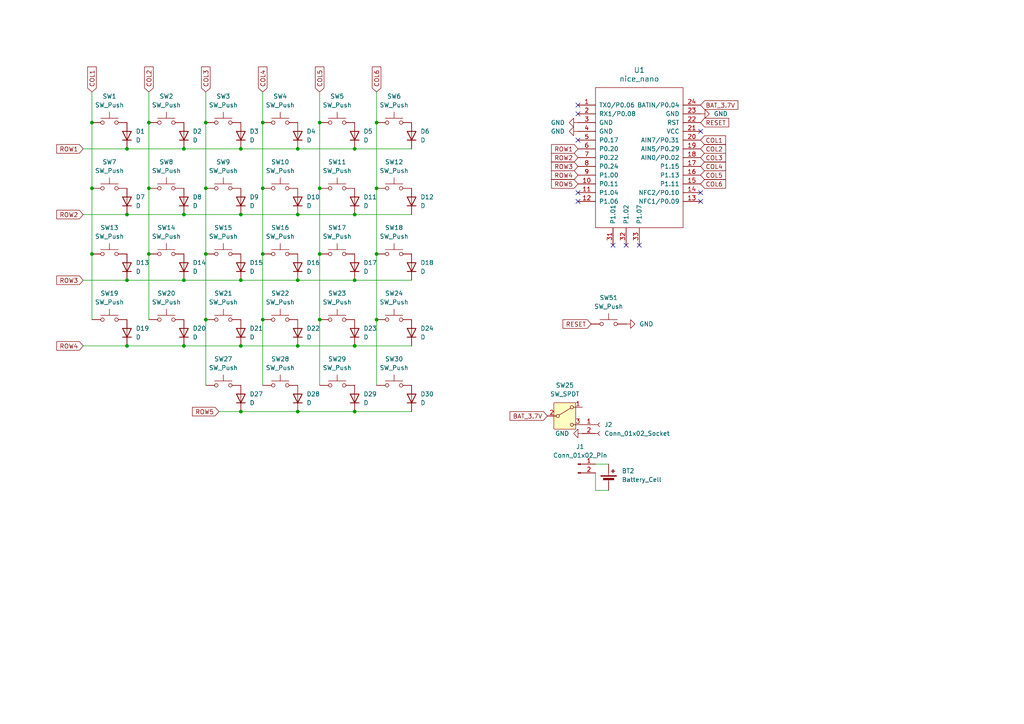
<source format=kicad_sch>
(kicad_sch (version 20250114) (generator "eeschema") (generator_version "9.0")
  (paper "A4")
  (title_block (title "Skylight") (date "2025-03-16") (rev "1.0"))
  (lib_symbols
    (symbol "Connector:Conn_01x02_Pin" (pin_names (offset 1.016) (hide yes))
      (property "Reference" "J" (at 0 2.54 0))
      (property "Value" "Conn_01x02_Pin" (at 0 -5.08 0))
      (symbol "Conn_01x02_Pin_1_1"
        (rectangle (start 0.8636 0.127) (end 0 -0.127) (stroke (width 0.1524)) (fill (type outline)))
        (rectangle (start 0.8636 -2.413) (end 0 -2.667) (stroke (width 0.1524)) (fill (type outline)))
        (polyline (pts (xy 1.27 0) (xy 0.8636 0)) (stroke (width 0.1524)))
        (polyline (pts (xy 1.27 -2.54) (xy 0.8636 -2.54)) (stroke (width 0.1524)))
        (pin passive line (at 5.08 0 180) (length 3.81) (name "Pin_1") (number "1"))
        (pin passive line (at 5.08 -2.54 180) (length 3.81) (name "Pin_2") (number "2"))
      )
    )
    (symbol "Connector:Conn_01x02_Socket" (pin_names (offset 1.016) (hide yes))
      (property "Reference" "J" (at 0 2.54 0))
      (property "Value" "Conn_01x02_Socket" (at 0 -5.08 0))
      (symbol "Conn_01x02_Socket_1_1"
        (polyline (pts (xy -1.27 0) (xy -0.508 0)) (stroke (width 0.1524)))
        (polyline (pts (xy -1.27 -2.54) (xy -0.508 -2.54)) (stroke (width 0.1524)))
        (arc (start 0 -0.508) (mid -0.5058 0) (end 0 0.508) (stroke (width 0.1524)))
        (arc (start 0 -3.048) (mid -0.5058 -2.54) (end 0 -2.032) (stroke (width 0.1524)))
        (pin passive line (at -5.08 0 0) (length 3.81) (name "Pin_1") (number "1"))
        (pin passive line (at -5.08 -2.54 0) (length 3.81) (name "Pin_2") (number "2"))
      )
    )
    (symbol "Device:Battery_Cell" (pin_numbers (hide yes)) (pin_names (offset 0) (hide yes))
      (property "Reference" "BT" (at 2.54 2.54 0))
      (property "Value" "Battery_Cell" (at 2.54 0 0))
      (symbol "Battery_Cell_0_1"
        (rectangle (start -2.286 1.778) (end 2.286 1.524) (fill (type outline)))
        (rectangle (start -1.524 1.016) (end 1.524 0.508) (fill (type outline)))
        (polyline (pts (xy 0 1.778) (xy 0 2.54)))
        (polyline (pts (xy 0 0.762) (xy 0 0)))
        (polyline (pts (xy 0.762 3.048) (xy 1.778 3.048)) (stroke (width 0.254)))
        (polyline (pts (xy 1.27 3.556) (xy 1.27 2.54)) (stroke (width 0.254)))
      )
      (symbol "Battery_Cell_1_1"
        (pin passive line (at 0 5.08 270) (length 2.54) (name "+") (number "1"))
        (pin passive line (at 0 -2.54 90) (length 2.54) (name "-") (number "2"))
      )
    )
    (symbol "Device:D" (pin_numbers (hide yes)) (pin_names (offset 1.016) (hide yes))
      (property "Reference" "D" (at 0 2.54 0))
      (property "Value" "D" (at 0 -2.54 0))
      (symbol "D_0_1"
        (polyline (pts (xy -1.27 1.27) (xy -1.27 -1.27)) (stroke (width 0.254)))
        (polyline (pts (xy 1.27 1.27) (xy 1.27 -1.27) (xy -1.27 0) (xy 1.27 1.27)) (stroke (width 0.254)))
        (polyline (pts (xy 1.27 0) (xy -1.27 0)))
      )
      (symbol "D_1_1"
        (pin passive line (at -3.81 0 0) (length 2.54) (name "K") (number "1"))
        (pin passive line (at 3.81 0 180) (length 2.54) (name "A") (number "2"))
      )
    )
    (symbol "Switch:SW_Push" (pin_numbers (hide yes)) (pin_names (offset 1.016) (hide yes))
      (property "Reference" "SW" (at 1.27 2.54 0))
      (property "Value" "SW_Push" (at 0 -1.524 0))
      (symbol "SW_Push_0_1"
        (circle (center -2.032 0) (radius 0.508))
        (polyline (pts (xy 0 1.27) (xy 0 3.048)))
        (circle (center 2.032 0) (radius 0.508))
        (polyline (pts (xy 2.54 1.27) (xy -2.54 1.27)))
        (pin passive line (at -5.08 0 0) (length 2.54) (name "1") (number "1"))
        (pin passive line (at 5.08 0 180) (length 2.54) (name "2") (number "2"))
      )
    )
    (symbol "Switch:SW_SPDT" (pin_names (offset 0) (hide yes))
      (property "Reference" "SW" (at 0 5.08 0))
      (property "Value" "SW_SPDT" (at 0 -5.08 0))
      (symbol "SW_SPDT_0_1"
        (circle (center -2.032 0) (radius 0.4572))
        (polyline (pts (xy -1.651 0.254) (xy 1.651 2.286)))
        (circle (center 2.032 2.54) (radius 0.4572))
        (circle (center 2.032 -2.54) (radius 0.4572))
      )
      (symbol "SW_SPDT_1_1"
        (rectangle (start -3.175 3.81) (end 3.175 -3.81) (fill (type background)))
        (pin passive line (at -5.08 0 0) (length 2.54) (name "B") (number "2"))
        (pin passive line (at 5.08 2.54 180) (length 2.54) (name "A") (number "1"))
        (pin passive line (at 5.08 -2.54 180) (length 2.54) (name "C") (number "3"))
      )
    )
    (symbol "nice_nano:nice_nano" (pin_names (offset 1.016))
      (property "Reference" "U" (at 0 0 0))
      (property "Value" "nice_nano" (at 0 2.54 0))
      (symbol "nice_nano_0_1"
        (rectangle (start -12.7 -21.59) (end 12.7 19.05))
      )
      (symbol "nice_nano_1_1"
        (pin input line (at -17.78 13.97 0) (length 5.08) (name "TX0/P0.06") (number "1"))
        (pin input line (at -17.78 11.43 0) (length 5.08) (name "RX1/P0.08") (number "2"))
        (pin input line (at -17.78 8.89 0) (length 5.08) (name "GND") (number "3"))
        (pin input line (at -17.78 6.35 0) (length 5.08) (name "GND") (number "4"))
        (pin input line (at -17.78 3.81 0) (length 5.08) (name "P0.17") (number "5"))
        (pin input line (at -17.78 1.27 0) (length 5.08) (name "P0.20") (number "6"))
        (pin input line (at -17.78 -1.27 0) (length 5.08) (name "P0.22") (number "7"))
        (pin input line (at -17.78 -3.81 0) (length 5.08) (name "P0.24") (number "8"))
        (pin input line (at -17.78 -6.35 0) (length 5.08) (name "P1.00") (number "9"))
        (pin input line (at -17.78 -8.89 0) (length 5.08) (name "P0.11") (number "10"))
        (pin input line (at -17.78 -11.43 0) (length 5.08) (name "P1.04") (number "11"))
        (pin input line (at -17.78 -13.97 0) (length 5.08) (name "P1.06") (number "12"))
        (pin input line (at -7.62 -26.67 90) (length 5.08) (name "P1.01") (number "31"))
        (pin input line (at -3.81 -26.67 90) (length 5.08) (name "P1.02") (number "32"))
        (pin input line (at 0 -26.67 90) (length 5.08) (name "P1.07") (number "33"))
        (pin input line (at 17.78 13.97 180) (length 5.08) (name "BATIN/P0.04") (number "24"))
        (pin input line (at 17.78 11.43 180) (length 5.08) (name "GND") (number "23"))
        (pin input line (at 17.78 8.89 180) (length 5.08) (name "RST") (number "22"))
        (pin input line (at 17.78 6.35 180) (length 5.08) (name "VCC") (number "21"))
        (pin input line (at 17.78 3.81 180) (length 5.08) (name "AIN7/P0.31") (number "20"))
        (pin input line (at 17.78 1.27 180) (length 5.08) (name "AIN5/P0.29") (number "19"))
        (pin input line (at 17.78 -1.27 180) (length 5.08) (name "AIN0/P0.02") (number "18"))
        (pin input line (at 17.78 -3.81 180) (length 5.08) (name "P1.15") (number "17"))
        (pin input line (at 17.78 -6.35 180) (length 5.08) (name "P1.13") (number "16"))
        (pin input line (at 17.78 -8.89 180) (length 5.08) (name "P1.11") (number "15"))
        (pin input line (at 17.78 -11.43 180) (length 5.08) (name "NFC2/P0.10") (number "14"))
        (pin input line (at 17.78 -13.97 180) (length 5.08) (name "NFC1/P0.09") (number "13"))
      )
    )
    (symbol "power:GND" (power) (pin_numbers (hide yes)) (pin_names (offset 0) (hide yes))
      (property "Value" "GND" (at 0 -3.81 0))
      (symbol "GND_0_1"
        (polyline (pts (xy 0 0) (xy 0 -1.27) (xy 1.27 -1.27) (xy 0 -2.54) (xy -1.27 -1.27) (xy 0 -1.27)))
      )
      (symbol "GND_1_1"
        (pin power_in line (at 0 0 270) (length 0) (name "~") (number "1"))
      )
    )
  )
  (junction (at 76.2 54.61))
  (junction (at 59.69 54.61))
  (junction (at 76.2 92.71))
  (junction (at 59.69 73.66))
  (junction (at 102.87 81.28))
  (junction (at 36.83 81.28))
  (junction (at 53.34 81.28))
  (junction (at 92.71 35.56))
  (junction (at 53.34 62.23))
  (junction (at 59.69 92.71))
  (junction (at 69.85 62.23))
  (junction (at 43.18 73.66))
  (junction (at 53.34 100.33))
  (junction (at 69.85 43.18))
  (junction (at 102.87 119.38))
  (junction (at 69.85 119.38))
  (junction (at 53.34 43.18))
  (junction (at 76.2 35.56))
  (junction (at 69.85 100.33))
  (junction (at 109.22 35.56))
  (junction (at 92.71 92.71))
  (junction (at 86.36 43.18))
  (junction (at 102.87 62.23))
  (junction (at 36.83 100.33))
  (junction (at 109.22 92.71))
  (junction (at 59.69 35.56))
  (junction (at 86.36 62.23))
  (junction (at 43.18 35.56))
  (junction (at 26.67 73.66))
  (junction (at 86.36 100.33))
  (junction (at 43.18 54.61))
  (junction (at 102.87 43.18))
  (junction (at 36.83 62.23))
  (junction (at 76.2 73.66))
  (junction (at 69.85 81.28))
  (junction (at 109.22 73.66))
  (junction (at 26.67 54.61))
  (junction (at 109.22 54.61))
  (junction (at 86.36 81.28))
  (junction (at 92.71 73.66))
  (junction (at 86.36 119.38))
  (junction (at 26.67 35.56))
  (junction (at 92.71 54.61))
  (junction (at 102.87 100.33))
  (junction (at 36.83 43.18))
  (no_connect (at 167.64 40.64))
  (no_connect (at 177.8 71.12))
  (no_connect (at 181.61 71.12))
  (no_connect (at 203.2 38.1))
  (no_connect (at 185.42 71.12))
  (no_connect (at 167.64 33.02))
  (no_connect (at 203.2 58.42))
  (no_connect (at 203.2 55.88))
  (no_connect (at 167.64 55.88))
  (no_connect (at 167.64 30.48))
  (no_connect (at 167.64 58.42))
  (wire (pts (xy 24.13 43.18) (xy 36.83 43.18)))
  (wire (pts (xy 76.2 92.71) (xy 76.2 111.76)))
  (wire (pts (xy 63.5 119.38) (xy 69.85 119.38)))
  (wire (pts (xy 36.83 43.18) (xy 53.34 43.18)))
  (wire (pts (xy 92.71 26.67) (xy 92.71 35.56)))
  (wire (pts (xy 86.36 100.33) (xy 102.87 100.33)))
  (wire (pts (xy 53.34 43.18) (xy 69.85 43.18)))
  (wire (pts (xy 92.71 73.66) (xy 92.71 92.71)))
  (wire (pts (xy 43.18 26.67) (xy 43.18 35.56)))
  (wire (pts (xy 86.36 62.23) (xy 102.87 62.23)))
  (wire (pts (xy 24.13 81.28) (xy 36.83 81.28)))
  (wire (pts (xy 53.34 81.28) (xy 69.85 81.28)))
  (wire (pts (xy 76.2 35.56) (xy 76.2 54.61)))
  (wire (pts (xy 69.85 100.33) (xy 86.36 100.33)))
  (wire (pts (xy 69.85 119.38) (xy 86.36 119.38)))
  (wire (pts (xy 102.87 62.23) (xy 119.38 62.23)))
  (wire (pts (xy 86.36 119.38) (xy 102.87 119.38)))
  (wire (pts (xy 53.34 100.33) (xy 69.85 100.33)))
  (wire (pts (xy 69.85 62.23) (xy 86.36 62.23)))
  (wire (pts (xy 26.67 73.66) (xy 26.67 92.71)))
  (wire (pts (xy 102.87 119.38) (xy 119.38 119.38)))
  (wire (pts (xy 43.18 73.66) (xy 43.18 92.71)))
  (wire (pts (xy 24.13 62.23) (xy 36.83 62.23)))
  (wire (pts (xy 86.36 81.28) (xy 102.87 81.28)))
  (wire (pts (xy 26.67 26.67) (xy 26.67 35.56)))
  (wire (pts (xy 109.22 35.56) (xy 109.22 54.61)))
  (wire (pts (xy 59.69 35.56) (xy 59.69 54.61)))
  (wire (pts (xy 92.71 92.71) (xy 92.71 111.76)))
  (wire (pts (xy 36.83 62.23) (xy 53.34 62.23)))
  (wire (pts (xy 24.13 100.33) (xy 36.83 100.33)))
  (wire (pts (xy 69.85 81.28) (xy 86.36 81.28)))
  (wire (pts (xy 36.83 81.28) (xy 53.34 81.28)))
  (wire (pts (xy 59.69 26.67) (xy 59.69 35.56)))
  (wire (pts (xy 109.22 54.61) (xy 109.22 73.66)))
  (wire (pts (xy 76.2 73.66) (xy 76.2 92.71)))
  (wire (pts (xy 36.83 100.33) (xy 53.34 100.33)))
  (wire (pts (xy 109.22 26.67) (xy 109.22 35.56)))
  (wire (pts (xy 109.22 73.66) (xy 109.22 92.71)))
  (wire (pts (xy 43.18 54.61) (xy 43.18 73.66)))
  (wire (pts (xy 102.87 43.18) (xy 119.38 43.18)))
  (wire (pts (xy 76.2 26.67) (xy 76.2 35.56)))
  (wire (pts (xy 172.72 137.16) (xy 172.72 142.24)))
  (wire (pts (xy 102.87 100.33) (xy 119.38 100.33)))
  (wire (pts (xy 53.34 62.23) (xy 69.85 62.23)))
  (wire (pts (xy 26.67 35.56) (xy 26.67 54.61)))
  (wire (pts (xy 26.67 54.61) (xy 26.67 73.66)))
  (wire (pts (xy 172.72 134.62) (xy 176.53 134.62)))
  (wire (pts (xy 109.22 92.71) (xy 109.22 111.76)))
  (wire (pts (xy 69.85 43.18) (xy 86.36 43.18)))
  (wire (pts (xy 86.36 43.18) (xy 102.87 43.18)))
  (wire (pts (xy 59.69 92.71) (xy 59.69 111.76)))
  (wire (pts (xy 59.69 73.66) (xy 59.69 92.71)))
  (wire (pts (xy 43.18 35.56) (xy 43.18 54.61)))
  (wire (pts (xy 172.72 142.24) (xy 176.53 142.24)))
  (wire (pts (xy 92.71 35.56) (xy 92.71 54.61)))
  (wire (pts (xy 92.71 54.61) (xy 92.71 73.66)))
  (wire (pts (xy 59.69 54.61) (xy 59.69 73.66)))
  (wire (pts (xy 76.2 54.61) (xy 76.2 73.66)))
  (wire (pts (xy 102.87 81.28) (xy 119.38 81.28)))
  (global_label "ROW2" (shape input) (at 167.64 45.72 180) (property "Intersheetrefs" "${INTERSHEET_REFS}" (effects (hide yes))))
  (global_label "RESET" (shape input) (at 171.45 93.98 180) (property "Intersheetrefs" "${INTERSHEET_REFS}" (effects (hide yes))))
  (global_label "BAT_3.7V" (shape input) (at 158.75 120.65 180) (property "Intersheetrefs" "${INTERSHEET_REFS}" (effects (hide yes))))
  (global_label "ROW1" (shape input) (at 167.64 43.18 180) (property "Intersheetrefs" "${INTERSHEET_REFS}" (effects (hide yes))))
  (global_label "COL1" (shape input) (at 203.2 40.64 0) (property "Intersheetrefs" "${INTERSHEET_REFS}" (effects (hide yes))))
  (global_label "COL4" (shape input) (at 76.2 26.67 90) (property "Intersheetrefs" "${INTERSHEET_REFS}" (effects (hide yes))))
  (global_label "BAT_3.7V" (shape input) (at 203.2 30.48 0) (property "Intersheetrefs" "${INTERSHEET_REFS}" (effects (hide yes))))
  (global_label "COL2" (shape input) (at 43.18 26.67 90) (property "Intersheetrefs" "${INTERSHEET_REFS}" (effects (hide yes))))
  (global_label "ROW5" (shape input) (at 167.64 53.34 180) (property "Intersheetrefs" "${INTERSHEET_REFS}" (effects (hide yes))))
  (global_label "ROW4" (shape input) (at 167.64 50.8 180) (property "Intersheetrefs" "${INTERSHEET_REFS}" (effects (hide yes))))
  (global_label "COL3" (shape input) (at 59.69 26.67 90) (property "Intersheetrefs" "${INTERSHEET_REFS}" (effects (hide yes))))
  (global_label "ROW3" (shape input) (at 167.64 48.26 180) (property "Intersheetrefs" "${INTERSHEET_REFS}" (effects (hide yes))))
  (global_label "COL5" (shape input) (at 203.2 50.8 0) (property "Intersheetrefs" "${INTERSHEET_REFS}" (effects (hide yes))))
  (global_label "COL4" (shape input) (at 203.2 48.26 0) (property "Intersheetrefs" "${INTERSHEET_REFS}" (effects (hide yes))))
  (global_label "ROW1" (shape input) (at 24.13 43.18 180) (property "Intersheetrefs" "${INTERSHEET_REFS}" (effects (hide yes))))
  (global_label "ROW2" (shape input) (at 24.13 62.23 180) (property "Intersheetrefs" "${INTERSHEET_REFS}" (effects (hide yes))))
  (global_label "COL3" (shape input) (at 203.2 45.72 0) (property "Intersheetrefs" "${INTERSHEET_REFS}" (effects (hide yes))))
  (global_label "COL6" (shape input) (at 203.2 53.34 0) (property "Intersheetrefs" "${INTERSHEET_REFS}" (effects (hide yes))))
  (global_label "COL2" (shape input) (at 203.2 43.18 0) (property "Intersheetrefs" "${INTERSHEET_REFS}" (effects (hide yes))))
  (global_label "ROW3" (shape input) (at 24.13 81.28 180) (property "Intersheetrefs" "${INTERSHEET_REFS}" (effects (hide yes))))
  (global_label "COL6" (shape input) (at 109.22 26.67 90) (property "Intersheetrefs" "${INTERSHEET_REFS}" (effects (hide yes))))
  (global_label "COL5" (shape input) (at 92.71 26.67 90) (property "Intersheetrefs" "${INTERSHEET_REFS}" (effects (hide yes))))
  (global_label "ROW4" (shape input) (at 24.13 100.33 180) (property "Intersheetrefs" "${INTERSHEET_REFS}" (effects (hide yes))))
  (global_label "RESET" (shape input) (at 203.2 35.56 0) (property "Intersheetrefs" "${INTERSHEET_REFS}" (effects (hide yes))))
  (global_label "ROW5" (shape input) (at 63.5 119.38 180) (property "Intersheetrefs" "${INTERSHEET_REFS}" (effects (hide yes))))
  (global_label "COL1" (shape input) (at 26.67 26.67 90) (property "Intersheetrefs" "${INTERSHEET_REFS}" (effects (hide yes))))
  (symbol (lib_id "Connector:Conn_01x02_Socket") (at 173.99 123.19 0) (unit 1)
    (property "Reference" "J2" (at 175.26 123.1899 0) (effects (justify left)))
    (property "Value" "Conn_01x02_Socket" (at 175.26 125.7299 0) (effects (justify left)))
    (property "Footprint" "Connector_JST:JST_PH_S2B-PH-K_1x02_P2.00mm_Horizontal" (effects (hide yes)))
    (property "Description" "Generic connector, single row, 01x02, script generated" (effects (hide yes)))
  )
  (symbol (lib_id "Device:D") (at 102.87 58.42 90) (unit 1)
    (property "Reference" "D11" (at 105.41 57.1499 90) (effects (justify right)))
    (property "Value" "D" (at 105.41 59.6899 90) (effects (justify right)))
    (property "Footprint" "Diode_THT:D_DO-35_SOD27_P7.62mm_Horizontal" (effects (hide yes)))
    (property "Description" "Diode" (effects (hide yes)))
    (property "Sim.Device" "D" (effects (hide yes)))
    (property "Sim.Pins" "1=K 2=A" (effects (hide yes)))
  )
  (symbol (lib_id "Device:D") (at 86.36 39.37 90) (unit 1)
    (property "Reference" "D4" (at 88.9 38.0999 90) (effects (justify right)))
    (property "Value" "D" (at 88.9 40.6399 90) (effects (justify right)))
    (property "Footprint" "Diode_THT:D_DO-35_SOD27_P7.62mm_Horizontal" (effects (hide yes)))
    (property "Description" "Diode" (effects (hide yes)))
    (property "Sim.Device" "D" (effects (hide yes)))
    (property "Sim.Pins" "1=K 2=A" (effects (hide yes)))
  )
  (symbol (lib_id "Switch:SW_Push") (at 64.77 54.61 0) (unit 1)
    (property "Reference" "SW9" (at 64.77 46.99 0))
    (property "Value" "SW_Push" (at 64.77 49.53 0))
    (property "Footprint" "choc_switch:Kailh_socket_PG1350_reversible_1u" (effects (hide yes)))
    (property "Description" "Push button switch, generic, two pins" (effects (hide yes)))
  )
  (symbol (lib_id "Device:D") (at 53.34 96.52 90) (unit 1)
    (property "Reference" "D20" (at 55.88 95.2499 90) (effects (justify right)))
    (property "Value" "D" (at 55.88 97.7899 90) (effects (justify right)))
    (property "Footprint" "Diode_THT:D_DO-35_SOD27_P7.62mm_Horizontal" (effects (hide yes)))
    (property "Description" "Diode" (effects (hide yes)))
    (property "Sim.Device" "D" (effects (hide yes)))
    (property "Sim.Pins" "1=K 2=A" (effects (hide yes)))
  )
  (symbol (lib_id "Device:D") (at 119.38 39.37 90) (unit 1)
    (property "Reference" "D6" (at 121.92 38.0999 90) (effects (justify right)))
    (property "Value" "D" (at 121.92 40.6399 90) (effects (justify right)))
    (property "Footprint" "Diode_THT:D_DO-35_SOD27_P7.62mm_Horizontal" (effects (hide yes)))
    (property "Description" "Diode" (effects (hide yes)))
    (property "Sim.Device" "D" (effects (hide yes)))
    (property "Sim.Pins" "1=K 2=A" (effects (hide yes)))
  )
  (symbol (lib_id "Device:D") (at 69.85 58.42 90) (unit 1)
    (property "Reference" "D9" (at 72.39 57.1499 90) (effects (justify right)))
    (property "Value" "D" (at 72.39 59.6899 90) (effects (justify right)))
    (property "Footprint" "Diode_THT:D_DO-35_SOD27_P7.62mm_Horizontal" (effects (hide yes)))
    (property "Description" "Diode" (effects (hide yes)))
    (property "Sim.Device" "D" (effects (hide yes)))
    (property "Sim.Pins" "1=K 2=A" (effects (hide yes)))
  )
  (symbol (lib_id "nice_nano:nice_nano") (at 185.42 44.45 0) (unit 1)
    (property "Reference" "U1" (at 185.42 20.32 0) (effects (font (size 1.524 1.524))))
    (property "Value" "nice_nano" (at 185.42 22.86 0) (effects (font (size 1.524 1.524))))
    (property "Footprint" "nice_nano_v2:nice_nano_reverseible" (effects (hide yes)))
  )
  (symbol (lib_id "Device:D") (at 53.34 39.37 90) (unit 1)
    (property "Reference" "D2" (at 55.88 38.0999 90) (effects (justify right)))
    (property "Value" "D" (at 55.88 40.6399 90) (effects (justify right)))
    (property "Footprint" "Diode_THT:D_DO-35_SOD27_P7.62mm_Horizontal" (effects (hide yes)))
    (property "Description" "Diode" (effects (hide yes)))
    (property "Sim.Device" "D" (effects (hide yes)))
    (property "Sim.Pins" "1=K 2=A" (effects (hide yes)))
  )
  (symbol (lib_id "Switch:SW_Push") (at 64.77 111.76 0) (unit 1)
    (property "Reference" "SW27" (at 64.77 104.14 0))
    (property "Value" "SW_Push" (at 64.77 106.68 0))
    (property "Footprint" "choc_switch:Kailh_socket_PG1350_reversible_1u" (effects (hide yes)))
    (property "Description" "Push button switch, generic, two pins" (effects (hide yes)))
  )
  (symbol (lib_id "Device:D") (at 69.85 77.47 90) (unit 1)
    (property "Reference" "D15" (at 72.39 76.1999 90) (effects (justify right)))
    (property "Value" "D" (at 72.39 78.7399 90) (effects (justify right)))
    (property "Footprint" "Diode_THT:D_DO-35_SOD27_P7.62mm_Horizontal" (effects (hide yes)))
    (property "Description" "Diode" (effects (hide yes)))
    (property "Sim.Device" "D" (effects (hide yes)))
    (property "Sim.Pins" "1=K 2=A" (effects (hide yes)))
  )
  (symbol (lib_id "Device:D") (at 119.38 58.42 90) (unit 1)
    (property "Reference" "D12" (at 121.92 57.1499 90) (effects (justify right)))
    (property "Value" "D" (at 121.92 59.6899 90) (effects (justify right)))
    (property "Footprint" "Diode_THT:D_DO-35_SOD27_P7.62mm_Horizontal" (effects (hide yes)))
    (property "Description" "Diode" (effects (hide yes)))
    (property "Sim.Device" "D" (effects (hide yes)))
    (property "Sim.Pins" "1=K 2=A" (effects (hide yes)))
  )
  (symbol (lib_id "Device:D") (at 86.36 58.42 90) (unit 1)
    (property "Reference" "D10" (at 88.9 57.1499 90) (effects (justify right)))
    (property "Value" "D" (at 88.9 59.6899 90) (effects (justify right)))
    (property "Footprint" "Diode_THT:D_DO-35_SOD27_P7.62mm_Horizontal" (effects (hide yes)))
    (property "Description" "Diode" (effects (hide yes)))
    (property "Sim.Device" "D" (effects (hide yes)))
    (property "Sim.Pins" "1=K 2=A" (effects (hide yes)))
  )
  (symbol (lib_id "Switch:SW_Push") (at 176.53 93.98 0) (unit 1)
    (property "Reference" "SW51" (at 176.53 86.36 0))
    (property "Value" "SW_Push" (at 176.53 88.9 0))
    (property "Footprint" "Button_Switch_SMD:Panasonic_EVQPUJ_EVQPUA" (effects (hide yes)))
    (property "Description" "Push button switch, generic, two pins" (effects (hide yes)))
  )
  (symbol (lib_id "Switch:SW_Push") (at 114.3 92.71 0) (unit 1)
    (property "Reference" "SW24" (at 114.3 85.09 0))
    (property "Value" "SW_Push" (at 114.3 87.63 0))
    (property "Footprint" "choc_switch:Kailh_socket_PG1350_reversible_1u" (effects (hide yes)))
    (property "Description" "Push button switch, generic, two pins" (effects (hide yes)))
  )
  (symbol (lib_id "power:GND") (at 181.61 93.98 90) (unit 1)
    (property "Reference" "#PWR010" (effects (hide yes)))
    (property "Value" "GND" (at 185.42 93.9799 90) (effects (justify right)))
    (property "Description" "Power symbol creates a global label with name \"GND\" , ground" (effects (hide yes)))
  )
  (symbol (lib_id "Switch:SW_Push") (at 31.75 35.56 0) (unit 1)
    (property "Reference" "SW1" (at 31.75 27.94 0))
    (property "Value" "SW_Push" (at 31.75 30.48 0))
    (property "Footprint" "choc_switch:Kailh_socket_PG1350_reversible_1.5u" (effects (hide yes)))
    (property "Description" "Push button switch, generic, two pins" (effects (hide yes)))
  )
  (symbol (lib_id "Switch:SW_Push") (at 64.77 92.71 0) (unit 1)
    (property "Reference" "SW21" (at 64.77 85.09 0))
    (property "Value" "SW_Push" (at 64.77 87.63 0))
    (property "Footprint" "choc_switch:Kailh_socket_PG1350_reversible_1u" (effects (hide yes)))
    (property "Description" "Push button switch, generic, two pins" (effects (hide yes)))
  )
  (symbol (lib_id "Switch:SW_Push") (at 81.28 54.61 0) (unit 1)
    (property "Reference" "SW10" (at 81.28 46.99 0))
    (property "Value" "SW_Push" (at 81.28 49.53 0))
    (property "Footprint" "choc_switch:Kailh_socket_PG1350_reversible_1u" (effects (hide yes)))
    (property "Description" "Push button switch, generic, two pins" (effects (hide yes)))
  )
  (symbol (lib_id "Device:D") (at 102.87 115.57 90) (unit 1)
    (property "Reference" "D29" (at 105.41 114.2999 90) (effects (justify right)))
    (property "Value" "D" (at 105.41 116.8399 90) (effects (justify right)))
    (property "Footprint" "Diode_THT:D_DO-35_SOD27_P7.62mm_Horizontal" (effects (hide yes)))
    (property "Description" "Diode" (effects (hide yes)))
    (property "Sim.Device" "D" (effects (hide yes)))
    (property "Sim.Pins" "1=K 2=A" (effects (hide yes)))
  )
  (symbol (lib_id "Switch:SW_Push") (at 64.77 73.66 0) (unit 1)
    (property "Reference" "SW15" (at 64.77 66.04 0))
    (property "Value" "SW_Push" (at 64.77 68.58 0))
    (property "Footprint" "choc_switch:Kailh_socket_PG1350_reversible_1u" (effects (hide yes)))
    (property "Description" "Push button switch, generic, two pins" (effects (hide yes)))
  )
  (symbol (lib_id "Switch:SW_Push") (at 81.28 92.71 0) (unit 1)
    (property "Reference" "SW22" (at 81.28 85.09 0))
    (property "Value" "SW_Push" (at 81.28 87.63 0))
    (property "Footprint" "choc_switch:Kailh_socket_PG1350_reversible_1u" (effects (hide yes)))
    (property "Description" "Push button switch, generic, two pins" (effects (hide yes)))
  )
  (symbol (lib_id "Switch:SW_Push") (at 64.77 35.56 0) (unit 1)
    (property "Reference" "SW3" (at 64.77 27.94 0))
    (property "Value" "SW_Push" (at 64.77 30.48 0))
    (property "Footprint" "choc_switch:Kailh_socket_PG1350_reversible_1u" (effects (hide yes)))
    (property "Description" "Push button switch, generic, two pins" (effects (hide yes)))
  )
  (symbol (lib_id "Device:Battery_Cell") (at 176.53 139.7 0) (unit 1)
    (property "Reference" "BT2" (at 180.34 136.5884 0) (effects (justify left)))
    (property "Value" "Battery_Cell" (at 180.34 139.1284 0) (effects (justify left)))
    (property "Description" "Single-cell battery" (effects (hide yes)))
  )
  (symbol (lib_id "power:GND") (at 167.64 35.56 270) (unit 1)
    (property "Reference" "#PWR04" (effects (hide yes)))
    (property "Value" "GND" (at 163.83 35.5599 90) (effects (justify right)))
    (property "Description" "Power symbol creates a global label with name \"GND\" , ground" (effects (hide yes)))
  )
  (symbol (lib_id "Switch:SW_Push") (at 114.3 35.56 0) (unit 1)
    (property "Reference" "SW6" (at 114.3 27.94 0))
    (property "Value" "SW_Push" (at 114.3 30.48 0))
    (property "Footprint" "choc_switch:Kailh_socket_PG1350_reversible_1u" (effects (hide yes)))
    (property "Description" "Push button switch, generic, two pins" (effects (hide yes)))
  )
  (symbol (lib_id "Device:D") (at 36.83 77.47 90) (unit 1)
    (property "Reference" "D13" (at 39.37 76.1999 90) (effects (justify right)))
    (property "Value" "D" (at 39.37 78.7399 90) (effects (justify right)))
    (property "Footprint" "Diode_THT:D_DO-35_SOD27_P7.62mm_Horizontal" (effects (hide yes)))
    (property "Description" "Diode" (effects (hide yes)))
    (property "Sim.Device" "D" (effects (hide yes)))
    (property "Sim.Pins" "1=K 2=A" (effects (hide yes)))
  )
  (symbol (lib_id "Switch:SW_Push") (at 81.28 35.56 0) (unit 1)
    (property "Reference" "SW4" (at 81.28 27.94 0))
    (property "Value" "SW_Push" (at 81.28 30.48 0))
    (property "Footprint" "choc_switch:Kailh_socket_PG1350_reversible_1u" (effects (hide yes)))
    (property "Description" "Push button switch, generic, two pins" (effects (hide yes)))
  )
  (symbol (lib_id "Switch:SW_Push") (at 48.26 35.56 0) (unit 1)
    (property "Reference" "SW2" (at 48.26 27.94 0))
    (property "Value" "SW_Push" (at 48.26 30.48 0))
    (property "Footprint" "choc_switch:Kailh_socket_PG1350_reversible_1u" (effects (hide yes)))
    (property "Description" "Push button switch, generic, two pins" (effects (hide yes)))
  )
  (symbol (lib_id "Switch:SW_Push") (at 81.28 73.66 0) (unit 1)
    (property "Reference" "SW16" (at 81.28 66.04 0))
    (property "Value" "SW_Push" (at 81.28 68.58 0))
    (property "Footprint" "choc_switch:Kailh_socket_PG1350_reversible_1u" (effects (hide yes)))
    (property "Description" "Push button switch, generic, two pins" (effects (hide yes)))
  )
  (symbol (lib_id "Device:D") (at 69.85 39.37 90) (unit 1)
    (property "Reference" "D3" (at 72.39 38.0999 90) (effects (justify right)))
    (property "Value" "D" (at 72.39 40.6399 90) (effects (justify right)))
    (property "Footprint" "Diode_THT:D_DO-35_SOD27_P7.62mm_Horizontal" (effects (hide yes)))
    (property "Description" "Diode" (effects (hide yes)))
    (property "Sim.Device" "D" (effects (hide yes)))
    (property "Sim.Pins" "1=K 2=A" (effects (hide yes)))
  )
  (symbol (lib_id "Switch:SW_Push") (at 31.75 92.71 0) (unit 1)
    (property "Reference" "SW19" (at 31.75 85.09 0))
    (property "Value" "SW_Push" (at 31.75 87.63 0))
    (property "Footprint" "choc_switch:Kailh_socket_PG1350_reversible_1.5u" (effects (hide yes)))
    (property "Description" "Push button switch, generic, two pins" (effects (hide yes)))
  )
  (symbol (lib_id "Device:D") (at 36.83 96.52 90) (unit 1)
    (property "Reference" "D19" (at 39.37 95.2499 90) (effects (justify right)))
    (property "Value" "D" (at 39.37 97.7899 90) (effects (justify right)))
    (property "Footprint" "Diode_THT:D_DO-35_SOD27_P7.62mm_Horizontal" (effects (hide yes)))
    (property "Description" "Diode" (effects (hide yes)))
    (property "Sim.Device" "D" (effects (hide yes)))
    (property "Sim.Pins" "1=K 2=A" (effects (hide yes)))
  )
  (symbol (lib_id "power:GND") (at 203.2 33.02 90) (unit 1)
    (property "Reference" "#PWR06" (effects (hide yes)))
    (property "Value" "GND" (at 207.01 33.0199 90) (effects (justify right)))
    (property "Description" "Power symbol creates a global label with name \"GND\" , ground" (effects (hide yes)))
  )
  (symbol (lib_id "Switch:SW_Push") (at 31.75 73.66 0) (unit 1)
    (property "Reference" "SW13" (at 31.75 66.04 0))
    (property "Value" "SW_Push" (at 31.75 68.58 0))
    (property "Footprint" "choc_switch:Kailh_socket_PG1350_reversible_1.5u" (effects (hide yes)))
    (property "Description" "Push button switch, generic, two pins" (effects (hide yes)))
  )
  (symbol (lib_id "Switch:SW_Push") (at 114.3 54.61 0) (unit 1)
    (property "Reference" "SW12" (at 114.3 46.99 0))
    (property "Value" "SW_Push" (at 114.3 49.53 0))
    (property "Footprint" "choc_switch:Kailh_socket_PG1350_reversible_1u" (effects (hide yes)))
    (property "Description" "Push button switch, generic, two pins" (effects (hide yes)))
  )
  (symbol (lib_id "Device:D") (at 53.34 58.42 90) (unit 1)
    (property "Reference" "D8" (at 55.88 57.1499 90) (effects (justify right)))
    (property "Value" "D" (at 55.88 59.6899 90) (effects (justify right)))
    (property "Footprint" "Diode_THT:D_DO-35_SOD27_P7.62mm_Horizontal" (effects (hide yes)))
    (property "Description" "Diode" (effects (hide yes)))
    (property "Sim.Device" "D" (effects (hide yes)))
    (property "Sim.Pins" "1=K 2=A" (effects (hide yes)))
  )
  (symbol (lib_id "Device:D") (at 102.87 96.52 90) (unit 1)
    (property "Reference" "D23" (at 105.41 95.2499 90) (effects (justify right)))
    (property "Value" "D" (at 105.41 97.7899 90) (effects (justify right)))
    (property "Footprint" "Diode_THT:D_DO-35_SOD27_P7.62mm_Horizontal" (effects (hide yes)))
    (property "Description" "Diode" (effects (hide yes)))
    (property "Sim.Device" "D" (effects (hide yes)))
    (property "Sim.Pins" "1=K 2=A" (effects (hide yes)))
  )
  (symbol (lib_id "Switch:SW_Push") (at 81.28 111.76 0) (unit 1)
    (property "Reference" "SW28" (at 81.28 104.14 0))
    (property "Value" "SW_Push" (at 81.28 106.68 0))
    (property "Footprint" "choc_switch:Kailh_socket_PG1350_reversible_1u" (effects (hide yes)))
    (property "Description" "Push button switch, generic, two pins" (effects (hide yes)))
  )
  (symbol (lib_id "Switch:SW_Push") (at 114.3 111.76 0) (unit 1)
    (property "Reference" "SW30" (at 114.3 104.14 0))
    (property "Value" "SW_Push" (at 114.3 106.68 0))
    (property "Footprint" "choc_switch:Kailh_socket_PG1350_reversible_1.5u" (effects (hide yes)))
    (property "Description" "Push button switch, generic, two pins" (effects (hide yes)))
  )
  (symbol (lib_id "Device:D") (at 86.36 77.47 90) (unit 1)
    (property "Reference" "D16" (at 88.9 76.1999 90) (effects (justify right)))
    (property "Value" "D" (at 88.9 78.7399 90) (effects (justify right)))
    (property "Footprint" "Diode_THT:D_DO-35_SOD27_P7.62mm_Horizontal" (effects (hide yes)))
    (property "Description" "Diode" (effects (hide yes)))
    (property "Sim.Device" "D" (effects (hide yes)))
    (property "Sim.Pins" "1=K 2=A" (effects (hide yes)))
  )
  (symbol (lib_id "Switch:SW_Push") (at 48.26 54.61 0) (unit 1)
    (property "Reference" "SW8" (at 48.26 46.99 0))
    (property "Value" "SW_Push" (at 48.26 49.53 0))
    (property "Footprint" "choc_switch:Kailh_socket_PG1350_reversible_1u" (effects (hide yes)))
    (property "Description" "Push button switch, generic, two pins" (effects (hide yes)))
  )
  (symbol (lib_id "Device:D") (at 102.87 39.37 90) (unit 1)
    (property "Reference" "D5" (at 105.41 38.0999 90) (effects (justify right)))
    (property "Value" "D" (at 105.41 40.6399 90) (effects (justify right)))
    (property "Footprint" "Diode_THT:D_DO-35_SOD27_P7.62mm_Horizontal" (effects (hide yes)))
    (property "Description" "Diode" (effects (hide yes)))
    (property "Sim.Device" "D" (effects (hide yes)))
    (property "Sim.Pins" "1=K 2=A" (effects (hide yes)))
  )
  (symbol (lib_id "Device:D") (at 119.38 77.47 90) (unit 1)
    (property "Reference" "D18" (at 121.92 76.1999 90) (effects (justify right)))
    (property "Value" "D" (at 121.92 78.7399 90) (effects (justify right)))
    (property "Footprint" "Diode_THT:D_DO-35_SOD27_P7.62mm_Horizontal" (effects (hide yes)))
    (property "Description" "Diode" (effects (hide yes)))
    (property "Sim.Device" "D" (effects (hide yes)))
    (property "Sim.Pins" "1=K 2=A" (effects (hide yes)))
  )
  (symbol (lib_id "Switch:SW_Push") (at 97.79 35.56 0) (unit 1)
    (property "Reference" "SW5" (at 97.79 27.94 0))
    (property "Value" "SW_Push" (at 97.79 30.48 0))
    (property "Footprint" "choc_switch:Kailh_socket_PG1350_reversible_1u" (effects (hide yes)))
    (property "Description" "Push button switch, generic, two pins" (effects (hide yes)))
  )
  (symbol (lib_id "Switch:SW_Push") (at 97.79 111.76 0) (unit 1)
    (property "Reference" "SW29" (at 97.79 104.14 0))
    (property "Value" "SW_Push" (at 97.79 106.68 0))
    (property "Footprint" "choc_switch:Kailh_socket_PG1350_reversible_1.5u" (effects (hide yes)))
    (property "Description" "Push button switch, generic, two pins" (effects (hide yes)))
  )
  (symbol (lib_id "Switch:SW_Push") (at 97.79 73.66 0) (unit 1)
    (property "Reference" "SW17" (at 97.79 66.04 0))
    (property "Value" "SW_Push" (at 97.79 68.58 0))
    (property "Footprint" "choc_switch:Kailh_socket_PG1350_reversible_1u" (effects (hide yes)))
    (property "Description" "Push button switch, generic, two pins" (effects (hide yes)))
  )
  (symbol (lib_id "Switch:SW_Push") (at 48.26 92.71 0) (unit 1)
    (property "Reference" "SW20" (at 48.26 85.09 0))
    (property "Value" "SW_Push" (at 48.26 87.63 0))
    (property "Footprint" "choc_switch:Kailh_socket_PG1350_reversible_1u" (effects (hide yes)))
    (property "Description" "Push button switch, generic, two pins" (effects (hide yes)))
  )
  (symbol (lib_id "power:GND") (at 167.64 38.1 270) (unit 1)
    (property "Reference" "#PWR05" (effects (hide yes)))
    (property "Value" "GND" (at 163.83 38.0999 90) (effects (justify right)))
    (property "Description" "Power symbol creates a global label with name \"GND\" , ground" (effects (hide yes)))
  )
  (symbol (lib_id "Device:D") (at 53.34 77.47 90) (unit 1)
    (property "Reference" "D14" (at 55.88 76.1999 90) (effects (justify right)))
    (property "Value" "D" (at 55.88 78.7399 90) (effects (justify right)))
    (property "Footprint" "Diode_THT:D_DO-35_SOD27_P7.62mm_Horizontal" (effects (hide yes)))
    (property "Description" "Diode" (effects (hide yes)))
    (property "Sim.Device" "D" (effects (hide yes)))
    (property "Sim.Pins" "1=K 2=A" (effects (hide yes)))
  )
  (symbol (lib_id "Device:D") (at 36.83 39.37 90) (unit 1)
    (property "Reference" "D1" (at 39.37 38.0999 90) (effects (justify right)))
    (property "Value" "D" (at 39.37 40.6399 90) (effects (justify right)))
    (property "Footprint" "Diode_THT:D_DO-35_SOD27_P7.62mm_Horizontal" (effects (hide yes)))
    (property "Description" "Diode" (effects (hide yes)))
    (property "Sim.Device" "D" (effects (hide yes)))
    (property "Sim.Pins" "1=K 2=A" (effects (hide yes)))
  )
  (symbol (lib_id "Switch:SW_Push") (at 48.26 73.66 0) (unit 1)
    (property "Reference" "SW14" (at 48.26 66.04 0))
    (property "Value" "SW_Push" (at 48.26 68.58 0))
    (property "Footprint" "choc_switch:Kailh_socket_PG1350_reversible_1u" (effects (hide yes)))
    (property "Description" "Push button switch, generic, two pins" (effects (hide yes)))
  )
  (symbol (lib_id "Device:D") (at 119.38 115.57 90) (unit 1)
    (property "Reference" "D30" (at 121.92 114.2999 90) (effects (justify right)))
    (property "Value" "D" (at 121.92 116.8399 90) (effects (justify right)))
    (property "Footprint" "Diode_THT:D_DO-35_SOD27_P7.62mm_Horizontal" (effects (hide yes)))
    (property "Description" "Diode" (effects (hide yes)))
    (property "Sim.Device" "D" (effects (hide yes)))
    (property "Sim.Pins" "1=K 2=A" (effects (hide yes)))
  )
  (symbol (lib_id "Device:D") (at 119.38 96.52 90) (unit 1)
    (property "Reference" "D24" (at 121.92 95.2499 90) (effects (justify right)))
    (property "Value" "D" (at 121.92 97.7899 90) (effects (justify right)))
    (property "Footprint" "Diode_THT:D_DO-35_SOD27_P7.62mm_Horizontal" (effects (hide yes)))
    (property "Description" "Diode" (effects (hide yes)))
    (property "Sim.Device" "D" (effects (hide yes)))
    (property "Sim.Pins" "1=K 2=A" (effects (hide yes)))
  )
  (symbol (lib_id "Switch:SW_Push") (at 31.75 54.61 0) (unit 1)
    (property "Reference" "SW7" (at 31.75 46.99 0))
    (property "Value" "SW_Push" (at 31.75 49.53 0))
    (property "Footprint" "choc_switch:Kailh_socket_PG1350_reversible_1.5u" (effects (hide yes)))
    (property "Description" "Push button switch, generic, two pins" (effects (hide yes)))
  )
  (symbol (lib_id "Device:D") (at 36.83 58.42 90) (unit 1)
    (property "Reference" "D7" (at 39.37 57.1499 90) (effects (justify right)))
    (property "Value" "D" (at 39.37 59.6899 90) (effects (justify right)))
    (property "Footprint" "Diode_THT:D_DO-35_SOD27_P7.62mm_Horizontal" (effects (hide yes)))
    (property "Description" "Diode" (effects (hide yes)))
    (property "Sim.Device" "D" (effects (hide yes)))
    (property "Sim.Pins" "1=K 2=A" (effects (hide yes)))
  )
  (symbol (lib_id "power:GND") (at 168.91 125.73 270) (unit 1)
    (property "Reference" "#PWR01" (effects (hide yes)))
    (property "Value" "GND" (at 165.1 125.7299 90) (effects (justify right)))
    (property "Description" "Power symbol creates a global label with name \"GND\" , ground" (effects (hide yes)))
  )
  (symbol (lib_id "Switch:SW_Push") (at 97.79 92.71 0) (unit 1)
    (property "Reference" "SW23" (at 97.79 85.09 0))
    (property "Value" "SW_Push" (at 97.79 87.63 0))
    (property "Footprint" "choc_switch:Kailh_socket_PG1350_reversible_1u" (effects (hide yes)))
    (property "Description" "Push button switch, generic, two pins" (effects (hide yes)))
  )
  (symbol (lib_id "Switch:SW_SPDT") (at 163.83 120.65 0) (unit 1)
    (property "Reference" "SW25" (at 163.83 111.76 0))
    (property "Value" "SW_SPDT" (at 163.83 114.3 0))
    (property "Footprint" "power_switch:SSSS810701" (effects (hide yes)))
    (property "Description" "Switch, single pole double throw" (effects (hide yes)))
  )
  (symbol (lib_id "Connector:Conn_01x02_Pin") (at 167.64 134.62 0) (unit 1)
    (property "Reference" "J1" (at 168.275 129.54 0))
    (property "Value" "Conn_01x02_Pin" (at 168.275 132.08 0))
    (property "Description" "Generic connector, single row, 01x02, script generated" (effects (hide yes)))
  )
  (symbol (lib_id "Device:D") (at 69.85 115.57 90) (unit 1)
    (property "Reference" "D27" (at 72.39 114.2999 90) (effects (justify right)))
    (property "Value" "D" (at 72.39 116.8399 90) (effects (justify right)))
    (property "Footprint" "Diode_THT:D_DO-35_SOD27_P7.62mm_Horizontal" (effects (hide yes)))
    (property "Description" "Diode" (effects (hide yes)))
    (property "Sim.Device" "D" (effects (hide yes)))
    (property "Sim.Pins" "1=K 2=A" (effects (hide yes)))
  )
  (symbol (lib_id "Switch:SW_Push") (at 97.79 54.61 0) (unit 1)
    (property "Reference" "SW11" (at 97.79 46.99 0))
    (property "Value" "SW_Push" (at 97.79 49.53 0))
    (property "Footprint" "choc_switch:Kailh_socket_PG1350_reversible_1u" (effects (hide yes)))
    (property "Description" "Push button switch, generic, two pins" (effects (hide yes)))
  )
  (symbol (lib_id "Device:D") (at 69.85 96.52 90) (unit 1)
    (property "Reference" "D21" (at 72.39 95.2499 90) (effects (justify right)))
    (property "Value" "D" (at 72.39 97.7899 90) (effects (justify right)))
    (property "Footprint" "Diode_THT:D_DO-35_SOD27_P7.62mm_Horizontal" (effects (hide yes)))
    (property "Description" "Diode" (effects (hide yes)))
    (property "Sim.Device" "D" (effects (hide yes)))
    (property "Sim.Pins" "1=K 2=A" (effects (hide yes)))
  )
  (symbol (lib_id "Device:D") (at 86.36 96.52 90) (unit 1)
    (property "Reference" "D22" (at 88.9 95.2499 90) (effects (justify right)))
    (property "Value" "D" (at 88.9 97.7899 90) (effects (justify right)))
    (property "Footprint" "Diode_THT:D_DO-35_SOD27_P7.62mm_Horizontal" (effects (hide yes)))
    (property "Description" "Diode" (effects (hide yes)))
    (property "Sim.Device" "D" (effects (hide yes)))
    (property "Sim.Pins" "1=K 2=A" (effects (hide yes)))
  )
  (symbol (lib_id "Device:D") (at 86.36 115.57 90) (unit 1)
    (property "Reference" "D28" (at 88.9 114.2999 90) (effects (justify right)))
    (property "Value" "D" (at 88.9 116.8399 90) (effects (justify right)))
    (property "Footprint" "Diode_THT:D_DO-35_SOD27_P7.62mm_Horizontal" (effects (hide yes)))
    (property "Description" "Diode" (effects (hide yes)))
    (property "Sim.Device" "D" (effects (hide yes)))
    (property "Sim.Pins" "1=K 2=A" (effects (hide yes)))
  )
  (symbol (lib_id "Device:D") (at 102.87 77.47 90) (unit 1)
    (property "Reference" "D17" (at 105.41 76.1999 90) (effects (justify right)))
    (property "Value" "D" (at 105.41 78.7399 90) (effects (justify right)))
    (property "Footprint" "Diode_THT:D_DO-35_SOD27_P7.62mm_Horizontal" (effects (hide yes)))
    (property "Description" "Diode" (effects (hide yes)))
    (property "Sim.Device" "D" (effects (hide yes)))
    (property "Sim.Pins" "1=K 2=A" (effects (hide yes)))
  )
  (symbol (lib_id "Switch:SW_Push") (at 114.3 73.66 0) (unit 1)
    (property "Reference" "SW18" (at 114.3 66.04 0))
    (property "Value" "SW_Push" (at 114.3 68.58 0))
    (property "Footprint" "choc_switch:Kailh_socket_PG1350_reversible_1u" (effects (hide yes)))
    (property "Description" "Push button switch, generic, two pins" (effects (hide yes)))
  )
)
</source>
